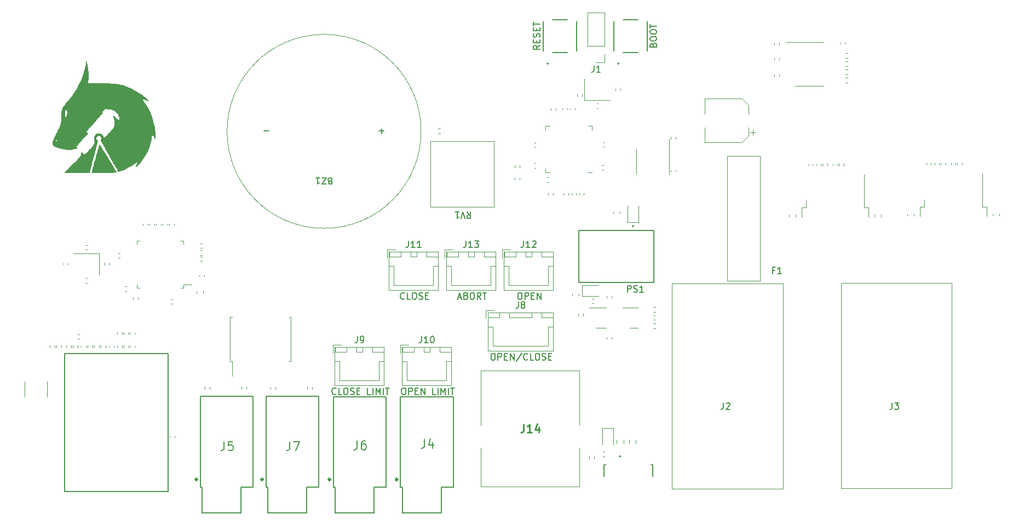
<source format=gbr>
%TF.GenerationSoftware,KiCad,Pcbnew,6.0.2+dfsg-1*%
%TF.CreationDate,2022-12-03T14:35:54-05:00*%
%TF.ProjectId,dragon-lair-fully-integrated,64726167-6f6e-42d6-9c61-69722d66756c,rev?*%
%TF.SameCoordinates,Original*%
%TF.FileFunction,Legend,Top*%
%TF.FilePolarity,Positive*%
%FSLAX46Y46*%
G04 Gerber Fmt 4.6, Leading zero omitted, Abs format (unit mm)*
G04 Created by KiCad (PCBNEW 6.0.2+dfsg-1) date 2022-12-03 14:35:54*
%MOMM*%
%LPD*%
G01*
G04 APERTURE LIST*
%ADD10C,0.150000*%
%ADD11C,0.254000*%
%ADD12C,0.120000*%
%ADD13C,0.127000*%
%ADD14C,0.340000*%
%ADD15C,0.200000*%
%ADD16C,0.100000*%
G04 APERTURE END LIST*
D10*
X142311380Y-47322380D02*
X141835190Y-47655714D01*
X142311380Y-47893809D02*
X141311380Y-47893809D01*
X141311380Y-47512857D01*
X141359000Y-47417619D01*
X141406619Y-47370000D01*
X141501857Y-47322380D01*
X141644714Y-47322380D01*
X141739952Y-47370000D01*
X141787571Y-47417619D01*
X141835190Y-47512857D01*
X141835190Y-47893809D01*
X141787571Y-46893809D02*
X141787571Y-46560476D01*
X142311380Y-46417619D02*
X142311380Y-46893809D01*
X141311380Y-46893809D01*
X141311380Y-46417619D01*
X142263761Y-46036666D02*
X142311380Y-45893809D01*
X142311380Y-45655714D01*
X142263761Y-45560476D01*
X142216142Y-45512857D01*
X142120904Y-45465238D01*
X142025666Y-45465238D01*
X141930428Y-45512857D01*
X141882809Y-45560476D01*
X141835190Y-45655714D01*
X141787571Y-45846190D01*
X141739952Y-45941428D01*
X141692333Y-45989047D01*
X141597095Y-46036666D01*
X141501857Y-46036666D01*
X141406619Y-45989047D01*
X141359000Y-45941428D01*
X141311380Y-45846190D01*
X141311380Y-45608095D01*
X141359000Y-45465238D01*
X141787571Y-45036666D02*
X141787571Y-44703333D01*
X142311380Y-44560476D02*
X142311380Y-45036666D01*
X141311380Y-45036666D01*
X141311380Y-44560476D01*
X141311380Y-44274761D02*
X141311380Y-43703333D01*
X142311380Y-43989047D02*
X141311380Y-43989047D01*
X139144571Y-85558380D02*
X139335047Y-85558380D01*
X139430285Y-85606000D01*
X139525523Y-85701238D01*
X139573142Y-85891714D01*
X139573142Y-86225047D01*
X139525523Y-86415523D01*
X139430285Y-86510761D01*
X139335047Y-86558380D01*
X139144571Y-86558380D01*
X139049333Y-86510761D01*
X138954095Y-86415523D01*
X138906476Y-86225047D01*
X138906476Y-85891714D01*
X138954095Y-85701238D01*
X139049333Y-85606000D01*
X139144571Y-85558380D01*
X140001714Y-86558380D02*
X140001714Y-85558380D01*
X140382666Y-85558380D01*
X140477904Y-85606000D01*
X140525523Y-85653619D01*
X140573142Y-85748857D01*
X140573142Y-85891714D01*
X140525523Y-85986952D01*
X140477904Y-86034571D01*
X140382666Y-86082190D01*
X140001714Y-86082190D01*
X141001714Y-86034571D02*
X141335047Y-86034571D01*
X141477904Y-86558380D02*
X141001714Y-86558380D01*
X141001714Y-85558380D01*
X141477904Y-85558380D01*
X141906476Y-86558380D02*
X141906476Y-85558380D01*
X142477904Y-86558380D01*
X142477904Y-85558380D01*
X129683142Y-86272666D02*
X130159333Y-86272666D01*
X129587904Y-86558380D02*
X129921238Y-85558380D01*
X130254571Y-86558380D01*
X130921238Y-86034571D02*
X131064095Y-86082190D01*
X131111714Y-86129809D01*
X131159333Y-86225047D01*
X131159333Y-86367904D01*
X131111714Y-86463142D01*
X131064095Y-86510761D01*
X130968857Y-86558380D01*
X130587904Y-86558380D01*
X130587904Y-85558380D01*
X130921238Y-85558380D01*
X131016476Y-85606000D01*
X131064095Y-85653619D01*
X131111714Y-85748857D01*
X131111714Y-85844095D01*
X131064095Y-85939333D01*
X131016476Y-85986952D01*
X130921238Y-86034571D01*
X130587904Y-86034571D01*
X131778380Y-85558380D02*
X131968857Y-85558380D01*
X132064095Y-85606000D01*
X132159333Y-85701238D01*
X132206952Y-85891714D01*
X132206952Y-86225047D01*
X132159333Y-86415523D01*
X132064095Y-86510761D01*
X131968857Y-86558380D01*
X131778380Y-86558380D01*
X131683142Y-86510761D01*
X131587904Y-86415523D01*
X131540285Y-86225047D01*
X131540285Y-85891714D01*
X131587904Y-85701238D01*
X131683142Y-85606000D01*
X131778380Y-85558380D01*
X133206952Y-86558380D02*
X132873619Y-86082190D01*
X132635523Y-86558380D02*
X132635523Y-85558380D01*
X133016476Y-85558380D01*
X133111714Y-85606000D01*
X133159333Y-85653619D01*
X133206952Y-85748857D01*
X133206952Y-85891714D01*
X133159333Y-85986952D01*
X133111714Y-86034571D01*
X133016476Y-86082190D01*
X132635523Y-86082190D01*
X133492666Y-85558380D02*
X134064095Y-85558380D01*
X133778380Y-86558380D02*
X133778380Y-85558380D01*
X159821571Y-47227142D02*
X159869190Y-47084285D01*
X159916809Y-47036666D01*
X160012047Y-46989047D01*
X160154904Y-46989047D01*
X160250142Y-47036666D01*
X160297761Y-47084285D01*
X160345380Y-47179523D01*
X160345380Y-47560476D01*
X159345380Y-47560476D01*
X159345380Y-47227142D01*
X159393000Y-47131904D01*
X159440619Y-47084285D01*
X159535857Y-47036666D01*
X159631095Y-47036666D01*
X159726333Y-47084285D01*
X159773952Y-47131904D01*
X159821571Y-47227142D01*
X159821571Y-47560476D01*
X159345380Y-46370000D02*
X159345380Y-46179523D01*
X159393000Y-46084285D01*
X159488238Y-45989047D01*
X159678714Y-45941428D01*
X160012047Y-45941428D01*
X160202523Y-45989047D01*
X160297761Y-46084285D01*
X160345380Y-46179523D01*
X160345380Y-46370000D01*
X160297761Y-46465238D01*
X160202523Y-46560476D01*
X160012047Y-46608095D01*
X159678714Y-46608095D01*
X159488238Y-46560476D01*
X159393000Y-46465238D01*
X159345380Y-46370000D01*
X159345380Y-45322380D02*
X159345380Y-45131904D01*
X159393000Y-45036666D01*
X159488238Y-44941428D01*
X159678714Y-44893809D01*
X160012047Y-44893809D01*
X160202523Y-44941428D01*
X160297761Y-45036666D01*
X160345380Y-45131904D01*
X160345380Y-45322380D01*
X160297761Y-45417619D01*
X160202523Y-45512857D01*
X160012047Y-45560476D01*
X159678714Y-45560476D01*
X159488238Y-45512857D01*
X159393000Y-45417619D01*
X159345380Y-45322380D01*
X159345380Y-44608095D02*
X159345380Y-44036666D01*
X160345380Y-44322380D02*
X159345380Y-44322380D01*
X121388380Y-86463142D02*
X121340761Y-86510761D01*
X121197904Y-86558380D01*
X121102666Y-86558380D01*
X120959809Y-86510761D01*
X120864571Y-86415523D01*
X120816952Y-86320285D01*
X120769333Y-86129809D01*
X120769333Y-85986952D01*
X120816952Y-85796476D01*
X120864571Y-85701238D01*
X120959809Y-85606000D01*
X121102666Y-85558380D01*
X121197904Y-85558380D01*
X121340761Y-85606000D01*
X121388380Y-85653619D01*
X122293142Y-86558380D02*
X121816952Y-86558380D01*
X121816952Y-85558380D01*
X122816952Y-85558380D02*
X123007428Y-85558380D01*
X123102666Y-85606000D01*
X123197904Y-85701238D01*
X123245523Y-85891714D01*
X123245523Y-86225047D01*
X123197904Y-86415523D01*
X123102666Y-86510761D01*
X123007428Y-86558380D01*
X122816952Y-86558380D01*
X122721714Y-86510761D01*
X122626476Y-86415523D01*
X122578857Y-86225047D01*
X122578857Y-85891714D01*
X122626476Y-85701238D01*
X122721714Y-85606000D01*
X122816952Y-85558380D01*
X123626476Y-86510761D02*
X123769333Y-86558380D01*
X124007428Y-86558380D01*
X124102666Y-86510761D01*
X124150285Y-86463142D01*
X124197904Y-86367904D01*
X124197904Y-86272666D01*
X124150285Y-86177428D01*
X124102666Y-86129809D01*
X124007428Y-86082190D01*
X123816952Y-86034571D01*
X123721714Y-85986952D01*
X123674095Y-85939333D01*
X123626476Y-85844095D01*
X123626476Y-85748857D01*
X123674095Y-85653619D01*
X123721714Y-85606000D01*
X123816952Y-85558380D01*
X124055047Y-85558380D01*
X124197904Y-85606000D01*
X124626476Y-86034571D02*
X124959809Y-86034571D01*
X125102666Y-86558380D02*
X124626476Y-86558380D01*
X124626476Y-85558380D01*
X125102666Y-85558380D01*
X110792095Y-101195142D02*
X110744476Y-101242761D01*
X110601619Y-101290380D01*
X110506380Y-101290380D01*
X110363523Y-101242761D01*
X110268285Y-101147523D01*
X110220666Y-101052285D01*
X110173047Y-100861809D01*
X110173047Y-100718952D01*
X110220666Y-100528476D01*
X110268285Y-100433238D01*
X110363523Y-100338000D01*
X110506380Y-100290380D01*
X110601619Y-100290380D01*
X110744476Y-100338000D01*
X110792095Y-100385619D01*
X111696857Y-101290380D02*
X111220666Y-101290380D01*
X111220666Y-100290380D01*
X112220666Y-100290380D02*
X112411142Y-100290380D01*
X112506380Y-100338000D01*
X112601619Y-100433238D01*
X112649238Y-100623714D01*
X112649238Y-100957047D01*
X112601619Y-101147523D01*
X112506380Y-101242761D01*
X112411142Y-101290380D01*
X112220666Y-101290380D01*
X112125428Y-101242761D01*
X112030190Y-101147523D01*
X111982571Y-100957047D01*
X111982571Y-100623714D01*
X112030190Y-100433238D01*
X112125428Y-100338000D01*
X112220666Y-100290380D01*
X113030190Y-101242761D02*
X113173047Y-101290380D01*
X113411142Y-101290380D01*
X113506380Y-101242761D01*
X113554000Y-101195142D01*
X113601619Y-101099904D01*
X113601619Y-101004666D01*
X113554000Y-100909428D01*
X113506380Y-100861809D01*
X113411142Y-100814190D01*
X113220666Y-100766571D01*
X113125428Y-100718952D01*
X113077809Y-100671333D01*
X113030190Y-100576095D01*
X113030190Y-100480857D01*
X113077809Y-100385619D01*
X113125428Y-100338000D01*
X113220666Y-100290380D01*
X113458761Y-100290380D01*
X113601619Y-100338000D01*
X114030190Y-100766571D02*
X114363523Y-100766571D01*
X114506380Y-101290380D02*
X114030190Y-101290380D01*
X114030190Y-100290380D01*
X114506380Y-100290380D01*
X116173047Y-101290380D02*
X115696857Y-101290380D01*
X115696857Y-100290380D01*
X116506380Y-101290380D02*
X116506380Y-100290380D01*
X116982571Y-101290380D02*
X116982571Y-100290380D01*
X117315904Y-101004666D01*
X117649238Y-100290380D01*
X117649238Y-101290380D01*
X118125428Y-101290380D02*
X118125428Y-100290380D01*
X118458761Y-100290380D02*
X119030190Y-100290380D01*
X118744476Y-101290380D02*
X118744476Y-100290380D01*
X121182285Y-100290380D02*
X121372761Y-100290380D01*
X121468000Y-100338000D01*
X121563238Y-100433238D01*
X121610857Y-100623714D01*
X121610857Y-100957047D01*
X121563238Y-101147523D01*
X121468000Y-101242761D01*
X121372761Y-101290380D01*
X121182285Y-101290380D01*
X121087047Y-101242761D01*
X120991809Y-101147523D01*
X120944190Y-100957047D01*
X120944190Y-100623714D01*
X120991809Y-100433238D01*
X121087047Y-100338000D01*
X121182285Y-100290380D01*
X122039428Y-101290380D02*
X122039428Y-100290380D01*
X122420380Y-100290380D01*
X122515619Y-100338000D01*
X122563238Y-100385619D01*
X122610857Y-100480857D01*
X122610857Y-100623714D01*
X122563238Y-100718952D01*
X122515619Y-100766571D01*
X122420380Y-100814190D01*
X122039428Y-100814190D01*
X123039428Y-100766571D02*
X123372761Y-100766571D01*
X123515619Y-101290380D02*
X123039428Y-101290380D01*
X123039428Y-100290380D01*
X123515619Y-100290380D01*
X123944190Y-101290380D02*
X123944190Y-100290380D01*
X124515619Y-101290380D01*
X124515619Y-100290380D01*
X126229904Y-101290380D02*
X125753714Y-101290380D01*
X125753714Y-100290380D01*
X126563238Y-101290380D02*
X126563238Y-100290380D01*
X127039428Y-101290380D02*
X127039428Y-100290380D01*
X127372761Y-101004666D01*
X127706095Y-100290380D01*
X127706095Y-101290380D01*
X128182285Y-101290380D02*
X128182285Y-100290380D01*
X128515619Y-100290380D02*
X129087047Y-100290380D01*
X128801333Y-101290380D02*
X128801333Y-100290380D01*
X134993619Y-94956380D02*
X135184095Y-94956380D01*
X135279333Y-95004000D01*
X135374571Y-95099238D01*
X135422190Y-95289714D01*
X135422190Y-95623047D01*
X135374571Y-95813523D01*
X135279333Y-95908761D01*
X135184095Y-95956380D01*
X134993619Y-95956380D01*
X134898380Y-95908761D01*
X134803142Y-95813523D01*
X134755523Y-95623047D01*
X134755523Y-95289714D01*
X134803142Y-95099238D01*
X134898380Y-95004000D01*
X134993619Y-94956380D01*
X135850761Y-95956380D02*
X135850761Y-94956380D01*
X136231714Y-94956380D01*
X136326952Y-95004000D01*
X136374571Y-95051619D01*
X136422190Y-95146857D01*
X136422190Y-95289714D01*
X136374571Y-95384952D01*
X136326952Y-95432571D01*
X136231714Y-95480190D01*
X135850761Y-95480190D01*
X136850761Y-95432571D02*
X137184095Y-95432571D01*
X137326952Y-95956380D02*
X136850761Y-95956380D01*
X136850761Y-94956380D01*
X137326952Y-94956380D01*
X137755523Y-95956380D02*
X137755523Y-94956380D01*
X138326952Y-95956380D01*
X138326952Y-94956380D01*
X139517428Y-94908761D02*
X138660285Y-96194476D01*
X140422190Y-95861142D02*
X140374571Y-95908761D01*
X140231714Y-95956380D01*
X140136476Y-95956380D01*
X139993619Y-95908761D01*
X139898380Y-95813523D01*
X139850761Y-95718285D01*
X139803142Y-95527809D01*
X139803142Y-95384952D01*
X139850761Y-95194476D01*
X139898380Y-95099238D01*
X139993619Y-95004000D01*
X140136476Y-94956380D01*
X140231714Y-94956380D01*
X140374571Y-95004000D01*
X140422190Y-95051619D01*
X141326952Y-95956380D02*
X140850761Y-95956380D01*
X140850761Y-94956380D01*
X141850761Y-94956380D02*
X142041238Y-94956380D01*
X142136476Y-95004000D01*
X142231714Y-95099238D01*
X142279333Y-95289714D01*
X142279333Y-95623047D01*
X142231714Y-95813523D01*
X142136476Y-95908761D01*
X142041238Y-95956380D01*
X141850761Y-95956380D01*
X141755523Y-95908761D01*
X141660285Y-95813523D01*
X141612666Y-95623047D01*
X141612666Y-95289714D01*
X141660285Y-95099238D01*
X141755523Y-95004000D01*
X141850761Y-94956380D01*
X142660285Y-95908761D02*
X142803142Y-95956380D01*
X143041238Y-95956380D01*
X143136476Y-95908761D01*
X143184095Y-95861142D01*
X143231714Y-95765904D01*
X143231714Y-95670666D01*
X143184095Y-95575428D01*
X143136476Y-95527809D01*
X143041238Y-95480190D01*
X142850761Y-95432571D01*
X142755523Y-95384952D01*
X142707904Y-95337333D01*
X142660285Y-95242095D01*
X142660285Y-95146857D01*
X142707904Y-95051619D01*
X142755523Y-95004000D01*
X142850761Y-94956380D01*
X143088857Y-94956380D01*
X143231714Y-95004000D01*
X143660285Y-95432571D02*
X143993619Y-95432571D01*
X144136476Y-95956380D02*
X143660285Y-95956380D01*
X143660285Y-94956380D01*
X144136476Y-94956380D01*
%TO.C,J1*%
X150669666Y-50431380D02*
X150669666Y-51145666D01*
X150622047Y-51288523D01*
X150526809Y-51383761D01*
X150383952Y-51431380D01*
X150288714Y-51431380D01*
X151669666Y-51431380D02*
X151098238Y-51431380D01*
X151383952Y-51431380D02*
X151383952Y-50431380D01*
X151288714Y-50574238D01*
X151193476Y-50669476D01*
X151098238Y-50717095D01*
%TO.C,J11*%
X121999476Y-77569380D02*
X121999476Y-78283666D01*
X121951857Y-78426523D01*
X121856619Y-78521761D01*
X121713761Y-78569380D01*
X121618523Y-78569380D01*
X122999476Y-78569380D02*
X122428047Y-78569380D01*
X122713761Y-78569380D02*
X122713761Y-77569380D01*
X122618523Y-77712238D01*
X122523285Y-77807476D01*
X122428047Y-77855095D01*
X123951857Y-78569380D02*
X123380428Y-78569380D01*
X123666142Y-78569380D02*
X123666142Y-77569380D01*
X123570904Y-77712238D01*
X123475666Y-77807476D01*
X123380428Y-77855095D01*
%TO.C,J5*%
X93512406Y-108578810D02*
X93512406Y-109580796D01*
X93445607Y-109781193D01*
X93312009Y-109914791D01*
X93111612Y-109981590D01*
X92978014Y-109981590D01*
X94848387Y-108578810D02*
X94180397Y-108578810D01*
X94113598Y-109246801D01*
X94180397Y-109180002D01*
X94313995Y-109113203D01*
X94647990Y-109113203D01*
X94781588Y-109180002D01*
X94848387Y-109246801D01*
X94915186Y-109380399D01*
X94915186Y-109714394D01*
X94848387Y-109847992D01*
X94781588Y-109914791D01*
X94647990Y-109981590D01*
X94313995Y-109981590D01*
X94180397Y-109914791D01*
X94113598Y-109847992D01*
%TO.C,RV1*%
X131047738Y-73087619D02*
X131381071Y-73563809D01*
X131619166Y-73087619D02*
X131619166Y-74087619D01*
X131238214Y-74087619D01*
X131142976Y-74040000D01*
X131095357Y-73992380D01*
X131047738Y-73897142D01*
X131047738Y-73754285D01*
X131095357Y-73659047D01*
X131142976Y-73611428D01*
X131238214Y-73563809D01*
X131619166Y-73563809D01*
X130762023Y-74087619D02*
X130428690Y-73087619D01*
X130095357Y-74087619D01*
X129238214Y-73087619D02*
X129809642Y-73087619D01*
X129523928Y-73087619D02*
X129523928Y-74087619D01*
X129619166Y-73944761D01*
X129714404Y-73849523D01*
X129809642Y-73801904D01*
%TO.C,J13*%
X130889476Y-77569380D02*
X130889476Y-78283666D01*
X130841857Y-78426523D01*
X130746619Y-78521761D01*
X130603761Y-78569380D01*
X130508523Y-78569380D01*
X131889476Y-78569380D02*
X131318047Y-78569380D01*
X131603761Y-78569380D02*
X131603761Y-77569380D01*
X131508523Y-77712238D01*
X131413285Y-77807476D01*
X131318047Y-77855095D01*
X132222809Y-77569380D02*
X132841857Y-77569380D01*
X132508523Y-77950333D01*
X132651380Y-77950333D01*
X132746619Y-77997952D01*
X132794238Y-78045571D01*
X132841857Y-78140809D01*
X132841857Y-78378904D01*
X132794238Y-78474142D01*
X132746619Y-78521761D01*
X132651380Y-78569380D01*
X132365666Y-78569380D01*
X132270428Y-78521761D01*
X132222809Y-78474142D01*
%TO.C,J2*%
X170695666Y-102608380D02*
X170695666Y-103322666D01*
X170648047Y-103465523D01*
X170552809Y-103560761D01*
X170409952Y-103608380D01*
X170314714Y-103608380D01*
X171124238Y-102703619D02*
X171171857Y-102656000D01*
X171267095Y-102608380D01*
X171505190Y-102608380D01*
X171600428Y-102656000D01*
X171648047Y-102703619D01*
X171695666Y-102798857D01*
X171695666Y-102894095D01*
X171648047Y-103036952D01*
X171076619Y-103608380D01*
X171695666Y-103608380D01*
%TO.C,J8*%
X138985666Y-86967380D02*
X138985666Y-87681666D01*
X138938047Y-87824523D01*
X138842809Y-87919761D01*
X138699952Y-87967380D01*
X138604714Y-87967380D01*
X139604714Y-87395952D02*
X139509476Y-87348333D01*
X139461857Y-87300714D01*
X139414238Y-87205476D01*
X139414238Y-87157857D01*
X139461857Y-87062619D01*
X139509476Y-87015000D01*
X139604714Y-86967380D01*
X139795190Y-86967380D01*
X139890428Y-87015000D01*
X139938047Y-87062619D01*
X139985666Y-87157857D01*
X139985666Y-87205476D01*
X139938047Y-87300714D01*
X139890428Y-87348333D01*
X139795190Y-87395952D01*
X139604714Y-87395952D01*
X139509476Y-87443571D01*
X139461857Y-87491190D01*
X139414238Y-87586428D01*
X139414238Y-87776904D01*
X139461857Y-87872142D01*
X139509476Y-87919761D01*
X139604714Y-87967380D01*
X139795190Y-87967380D01*
X139890428Y-87919761D01*
X139938047Y-87872142D01*
X139985666Y-87776904D01*
X139985666Y-87586428D01*
X139938047Y-87491190D01*
X139890428Y-87443571D01*
X139795190Y-87395952D01*
%TO.C,J12*%
X139779476Y-77569380D02*
X139779476Y-78283666D01*
X139731857Y-78426523D01*
X139636619Y-78521761D01*
X139493761Y-78569380D01*
X139398523Y-78569380D01*
X140779476Y-78569380D02*
X140208047Y-78569380D01*
X140493761Y-78569380D02*
X140493761Y-77569380D01*
X140398523Y-77712238D01*
X140303285Y-77807476D01*
X140208047Y-77855095D01*
X141160428Y-77664619D02*
X141208047Y-77617000D01*
X141303285Y-77569380D01*
X141541380Y-77569380D01*
X141636619Y-77617000D01*
X141684238Y-77664619D01*
X141731857Y-77759857D01*
X141731857Y-77855095D01*
X141684238Y-77997952D01*
X141112809Y-78569380D01*
X141731857Y-78569380D01*
%TO.C,J7*%
X103672406Y-108578810D02*
X103672406Y-109580796D01*
X103605607Y-109781193D01*
X103472009Y-109914791D01*
X103271612Y-109981590D01*
X103138014Y-109981590D01*
X104206799Y-108578810D02*
X105141985Y-108578810D01*
X104540794Y-109981590D01*
%TO.C,J9*%
X114093666Y-92301380D02*
X114093666Y-93015666D01*
X114046047Y-93158523D01*
X113950809Y-93253761D01*
X113807952Y-93301380D01*
X113712714Y-93301380D01*
X114617476Y-93301380D02*
X114807952Y-93301380D01*
X114903190Y-93253761D01*
X114950809Y-93206142D01*
X115046047Y-93063285D01*
X115093666Y-92872809D01*
X115093666Y-92491857D01*
X115046047Y-92396619D01*
X114998428Y-92349000D01*
X114903190Y-92301380D01*
X114712714Y-92301380D01*
X114617476Y-92349000D01*
X114569857Y-92396619D01*
X114522238Y-92491857D01*
X114522238Y-92729952D01*
X114569857Y-92825190D01*
X114617476Y-92872809D01*
X114712714Y-92920428D01*
X114903190Y-92920428D01*
X114998428Y-92872809D01*
X115046047Y-92825190D01*
X115093666Y-92729952D01*
%TO.C,J10*%
X124031476Y-92301380D02*
X124031476Y-93015666D01*
X123983857Y-93158523D01*
X123888619Y-93253761D01*
X123745761Y-93301380D01*
X123650523Y-93301380D01*
X125031476Y-93301380D02*
X124460047Y-93301380D01*
X124745761Y-93301380D02*
X124745761Y-92301380D01*
X124650523Y-92444238D01*
X124555285Y-92539476D01*
X124460047Y-92587095D01*
X125650523Y-92301380D02*
X125745761Y-92301380D01*
X125841000Y-92349000D01*
X125888619Y-92396619D01*
X125936238Y-92491857D01*
X125983857Y-92682333D01*
X125983857Y-92920428D01*
X125936238Y-93110904D01*
X125888619Y-93206142D01*
X125841000Y-93253761D01*
X125745761Y-93301380D01*
X125650523Y-93301380D01*
X125555285Y-93253761D01*
X125507666Y-93206142D01*
X125460047Y-93110904D01*
X125412428Y-92920428D01*
X125412428Y-92682333D01*
X125460047Y-92491857D01*
X125507666Y-92396619D01*
X125555285Y-92349000D01*
X125650523Y-92301380D01*
%TO.C,J6*%
X114086406Y-108451810D02*
X114086406Y-109453796D01*
X114019607Y-109654193D01*
X113886009Y-109787791D01*
X113685612Y-109854590D01*
X113552014Y-109854590D01*
X115355588Y-108451810D02*
X115088392Y-108451810D01*
X114954794Y-108518610D01*
X114887995Y-108585409D01*
X114754397Y-108785806D01*
X114687598Y-109053002D01*
X114687598Y-109587394D01*
X114754397Y-109720992D01*
X114821196Y-109787791D01*
X114954794Y-109854590D01*
X115221990Y-109854590D01*
X115355588Y-109787791D01*
X115422387Y-109720992D01*
X115489186Y-109587394D01*
X115489186Y-109253399D01*
X115422387Y-109119801D01*
X115355588Y-109053002D01*
X115221990Y-108986203D01*
X114954794Y-108986203D01*
X114821196Y-109053002D01*
X114754397Y-109119801D01*
X114687598Y-109253399D01*
%TO.C,BZ1*%
X109839952Y-68293428D02*
X109697095Y-68245809D01*
X109649476Y-68198190D01*
X109601857Y-68102952D01*
X109601857Y-67960095D01*
X109649476Y-67864857D01*
X109697095Y-67817238D01*
X109792333Y-67769619D01*
X110173285Y-67769619D01*
X110173285Y-68769619D01*
X109839952Y-68769619D01*
X109744714Y-68722000D01*
X109697095Y-68674380D01*
X109649476Y-68579142D01*
X109649476Y-68483904D01*
X109697095Y-68388666D01*
X109744714Y-68341047D01*
X109839952Y-68293428D01*
X110173285Y-68293428D01*
X109268523Y-68769619D02*
X108601857Y-68769619D01*
X109268523Y-67769619D01*
X108601857Y-67769619D01*
X107697095Y-67769619D02*
X108268523Y-67769619D01*
X107982809Y-67769619D02*
X107982809Y-68769619D01*
X108078047Y-68626761D01*
X108173285Y-68531523D01*
X108268523Y-68483904D01*
X118229952Y-60530571D02*
X117468047Y-60530571D01*
X117849000Y-60149619D02*
X117849000Y-60911523D01*
X100449952Y-60530571D02*
X99688047Y-60530571D01*
%TO.C,PS1*%
X155868214Y-85459130D02*
X155868214Y-84459130D01*
X156249166Y-84459130D01*
X156344404Y-84506750D01*
X156392023Y-84554369D01*
X156439642Y-84649607D01*
X156439642Y-84792464D01*
X156392023Y-84887702D01*
X156344404Y-84935321D01*
X156249166Y-84982940D01*
X155868214Y-84982940D01*
X156820595Y-85411511D02*
X156963452Y-85459130D01*
X157201547Y-85459130D01*
X157296785Y-85411511D01*
X157344404Y-85363892D01*
X157392023Y-85268654D01*
X157392023Y-85173416D01*
X157344404Y-85078178D01*
X157296785Y-85030559D01*
X157201547Y-84982940D01*
X157011071Y-84935321D01*
X156915833Y-84887702D01*
X156868214Y-84840083D01*
X156820595Y-84744845D01*
X156820595Y-84649607D01*
X156868214Y-84554369D01*
X156915833Y-84506750D01*
X157011071Y-84459130D01*
X157249166Y-84459130D01*
X157392023Y-84506750D01*
X158344404Y-85459130D02*
X157772976Y-85459130D01*
X158058690Y-85459130D02*
X158058690Y-84459130D01*
X157963452Y-84601988D01*
X157868214Y-84697226D01*
X157772976Y-84744845D01*
%TO.C,J3*%
X196781466Y-102602380D02*
X196781466Y-103316666D01*
X196733847Y-103459523D01*
X196638609Y-103554761D01*
X196495752Y-103602380D01*
X196400514Y-103602380D01*
X197162419Y-102602380D02*
X197781466Y-102602380D01*
X197448133Y-102983333D01*
X197590990Y-102983333D01*
X197686228Y-103030952D01*
X197733847Y-103078571D01*
X197781466Y-103173809D01*
X197781466Y-103411904D01*
X197733847Y-103507142D01*
X197686228Y-103554761D01*
X197590990Y-103602380D01*
X197305276Y-103602380D01*
X197210038Y-103554761D01*
X197162419Y-103507142D01*
%TO.C,F1*%
X178609666Y-82120571D02*
X178276333Y-82120571D01*
X178276333Y-82644380D02*
X178276333Y-81644380D01*
X178752523Y-81644380D01*
X179657285Y-82644380D02*
X179085857Y-82644380D01*
X179371571Y-82644380D02*
X179371571Y-81644380D01*
X179276333Y-81787238D01*
X179181095Y-81882476D01*
X179085857Y-81930095D01*
%TO.C,J4*%
X124500406Y-108197810D02*
X124500406Y-109199796D01*
X124433607Y-109400193D01*
X124300009Y-109533791D01*
X124099612Y-109600590D01*
X123966014Y-109600590D01*
X125769588Y-108665404D02*
X125769588Y-109600590D01*
X125435593Y-108131011D02*
X125101598Y-109132997D01*
X125969985Y-109132997D01*
D11*
%TO.C,J14*%
X139814904Y-105880523D02*
X139814904Y-106787666D01*
X139754428Y-106969095D01*
X139633476Y-107090047D01*
X139452047Y-107150523D01*
X139331095Y-107150523D01*
X141084904Y-107150523D02*
X140359190Y-107150523D01*
X140722047Y-107150523D02*
X140722047Y-105880523D01*
X140601095Y-106061952D01*
X140480142Y-106182904D01*
X140359190Y-106243380D01*
X142173476Y-106303857D02*
X142173476Y-107150523D01*
X141871095Y-105820047D02*
X141568714Y-106727190D01*
X142354904Y-106727190D01*
D12*
%TO.C,R20*%
X69849000Y-94029641D02*
X69849000Y-93722359D01*
X69089000Y-94029641D02*
X69089000Y-93722359D01*
%TO.C,R17*%
X73407000Y-94029641D02*
X73407000Y-93722359D01*
X74167000Y-94029641D02*
X74167000Y-93722359D01*
%TO.C,R23*%
X78739000Y-94029641D02*
X78739000Y-93722359D01*
X77979000Y-94029641D02*
X77979000Y-93722359D01*
%TO.C,C5*%
X148403500Y-70212164D02*
X148403500Y-70427836D01*
X149123500Y-70212164D02*
X149123500Y-70427836D01*
%TO.C,R6*%
X162561000Y-61771641D02*
X162561000Y-61464359D01*
X163321000Y-61771641D02*
X163321000Y-61464359D01*
%TO.C,R15*%
X74423000Y-94029641D02*
X74423000Y-93722359D01*
X75183000Y-94029641D02*
X75183000Y-93722359D01*
%TO.C,J1*%
X152333000Y-47379000D02*
X149673000Y-47379000D01*
X149673000Y-47379000D02*
X149673000Y-42239000D01*
X152333000Y-47379000D02*
X152333000Y-42239000D01*
X152333000Y-42239000D02*
X149673000Y-42239000D01*
X152333000Y-48649000D02*
X152333000Y-49979000D01*
X152333000Y-49979000D02*
X151003000Y-49979000D01*
%TO.C,C32*%
X202798000Y-65741436D02*
X202798000Y-65525764D01*
X202078000Y-65741436D02*
X202078000Y-65525764D01*
%TO.C,C9*%
X141671336Y-65560000D02*
X141455664Y-65560000D01*
X141671336Y-66280000D02*
X141455664Y-66280000D01*
%TO.C,C40*%
X185060000Y-65893836D02*
X185060000Y-65678164D01*
X185780000Y-65893836D02*
X185780000Y-65678164D01*
%TO.C,C18*%
X159897164Y-89763000D02*
X160112836Y-89763000D01*
X159897164Y-89043000D02*
X160112836Y-89043000D01*
%TO.C,J11*%
X123309000Y-79217000D02*
X122309000Y-79217000D01*
X122309000Y-79217000D02*
X122309000Y-79967000D01*
X119759000Y-84417000D02*
X122809000Y-84417000D01*
X126609000Y-79967000D02*
X126609000Y-79217000D01*
X118999000Y-79207000D02*
X118999000Y-85177000D01*
X125859000Y-84417000D02*
X122809000Y-84417000D01*
X126609000Y-81467000D02*
X125859000Y-81467000D01*
X118709000Y-78917000D02*
X118709000Y-80167000D01*
X120809000Y-79967000D02*
X120809000Y-79217000D01*
X126619000Y-79207000D02*
X118999000Y-79207000D01*
X119009000Y-81467000D02*
X119759000Y-81467000D01*
X124809000Y-79967000D02*
X126609000Y-79967000D01*
X123309000Y-79967000D02*
X123309000Y-79217000D01*
X118999000Y-85177000D02*
X126619000Y-85177000D01*
X126619000Y-85177000D02*
X126619000Y-79207000D01*
X119009000Y-79967000D02*
X120809000Y-79967000D01*
X122309000Y-79967000D02*
X123309000Y-79967000D01*
X124809000Y-79217000D02*
X124809000Y-79967000D01*
X119959000Y-78917000D02*
X118709000Y-78917000D01*
X119759000Y-81467000D02*
X119759000Y-84417000D01*
X126609000Y-79217000D02*
X124809000Y-79217000D01*
X119009000Y-79217000D02*
X119009000Y-79967000D01*
X125859000Y-81467000D02*
X125859000Y-84417000D01*
X120809000Y-79217000D02*
X119009000Y-79217000D01*
%TO.C,R28*%
X72039359Y-83266000D02*
X72346641Y-83266000D01*
X72039359Y-84026000D02*
X72346641Y-84026000D01*
%TO.C,C39*%
X187600000Y-65893836D02*
X187600000Y-65678164D01*
X188320000Y-65893836D02*
X188320000Y-65678164D01*
%TO.C,C12*%
X151911164Y-66550000D02*
X152126836Y-66550000D01*
X151911164Y-65830000D02*
X152126836Y-65830000D01*
%TO.C,Q3*%
X182760000Y-72395600D02*
X183450000Y-72395600D01*
X193160000Y-72395600D02*
X192470000Y-72395600D01*
X192470000Y-72395600D02*
X192470000Y-67270600D01*
X193160000Y-73895600D02*
X193160000Y-72395600D01*
X183450000Y-72395600D02*
X183450000Y-71295600D01*
X182760000Y-73895600D02*
X182760000Y-72395600D01*
%TO.C,R8*%
X160158641Y-88513000D02*
X159851359Y-88513000D01*
X160158641Y-87753000D02*
X159851359Y-87753000D01*
%TO.C,C2*%
X153380000Y-86335836D02*
X153380000Y-86120164D01*
X152660000Y-86335836D02*
X152660000Y-86120164D01*
%TO.C,C36*%
X195074000Y-73800580D02*
X195074000Y-73519420D01*
X194054000Y-73800580D02*
X194054000Y-73519420D01*
%TO.C,C49*%
X89865164Y-77952000D02*
X90080836Y-77952000D01*
X89865164Y-78672000D02*
X90080836Y-78672000D01*
%TO.C,C6*%
X143671336Y-67760000D02*
X143455664Y-67760000D01*
X143671336Y-68480000D02*
X143455664Y-68480000D01*
%TO.C,C48*%
X90403000Y-82846164D02*
X90403000Y-83061836D01*
X89683000Y-82846164D02*
X89683000Y-83061836D01*
%TO.C,L1*%
X89279000Y-85656779D02*
X89279000Y-85331221D01*
X90299000Y-85656779D02*
X90299000Y-85331221D01*
%TO.C,C34*%
X181866000Y-73519420D02*
X181866000Y-73800580D01*
X180846000Y-73519420D02*
X180846000Y-73800580D01*
D13*
%TO.C,J5*%
X98006500Y-101627000D02*
X98006500Y-115627000D01*
X96106500Y-119627000D02*
X90106500Y-119627000D01*
X98006500Y-115627000D02*
X96106500Y-115627000D01*
X89806500Y-101627000D02*
X98006500Y-101627000D01*
X96106500Y-115627000D02*
X96106500Y-119627000D01*
X90106500Y-119627000D02*
X90106500Y-115627000D01*
X89806500Y-115627000D02*
X89806500Y-101627000D01*
X90106500Y-115627000D02*
X89806500Y-115627000D01*
D14*
X89376500Y-114427000D02*
G75*
G03*
X89376500Y-114427000I-170000J0D01*
G01*
D13*
%TO.C,P1*%
X152260000Y-112137500D02*
X152260000Y-113987500D01*
X152260000Y-112137500D02*
X152490000Y-112137500D01*
X159760000Y-112137500D02*
X159530000Y-112137500D01*
X159760000Y-112137500D02*
X159760000Y-113987500D01*
D15*
X154810000Y-110887500D02*
G75*
G03*
X154810000Y-110887500I-100000J0D01*
G01*
D13*
%TO.C,SW1*%
X155157000Y-48420000D02*
X157517000Y-48420000D01*
X158887000Y-43620000D02*
X158887000Y-48120000D01*
X157517000Y-43320000D02*
X155157000Y-43320000D01*
X153787000Y-43620000D02*
X153787000Y-48120000D01*
D15*
X154562000Y-50120000D02*
G75*
G03*
X154562000Y-50120000I-100000J0D01*
G01*
D12*
%TO.C,C30*%
X154667500Y-73051170D02*
X154667500Y-73332330D01*
X153647500Y-73051170D02*
X153647500Y-73332330D01*
%TO.C,R25*%
X66549000Y-93724359D02*
X66549000Y-94031641D01*
X67309000Y-93724359D02*
X67309000Y-94031641D01*
%TO.C,C16*%
X151097664Y-56301000D02*
X151313336Y-56301000D01*
X151097664Y-57021000D02*
X151313336Y-57021000D01*
%TO.C,R38*%
X179323000Y-46961359D02*
X179323000Y-47268641D01*
X178563000Y-46961359D02*
X178563000Y-47268641D01*
%TO.C,C50*%
X84025000Y-75117836D02*
X84025000Y-74902164D01*
X84745000Y-75117836D02*
X84745000Y-74902164D01*
%TO.C,U1*%
X151750000Y-87843000D02*
X149950000Y-87843000D01*
X151750000Y-87843000D02*
X152550000Y-87843000D01*
X151750000Y-90963000D02*
X152550000Y-90963000D01*
X151750000Y-90963000D02*
X150950000Y-90963000D01*
%TO.C,C33*%
X200154000Y-73367020D02*
X200154000Y-73648180D01*
X199134000Y-73367020D02*
X199134000Y-73648180D01*
%TO.C,RV1*%
X135215000Y-72270000D02*
X125372500Y-72270000D01*
X125372500Y-72270000D02*
X125372500Y-62110000D01*
X125372500Y-62110000D02*
X135215000Y-62110000D01*
X135215000Y-62110000D02*
X135215000Y-72270000D01*
%TO.C,C41*%
X188743000Y-46882164D02*
X188743000Y-47097836D01*
X189463000Y-46882164D02*
X189463000Y-47097836D01*
%TO.C,R18*%
X78135359Y-85296000D02*
X78442641Y-85296000D01*
X78135359Y-84536000D02*
X78442641Y-84536000D01*
%TO.C,J13*%
X127899000Y-79967000D02*
X129699000Y-79967000D01*
X128849000Y-78917000D02*
X127599000Y-78917000D01*
X135509000Y-79207000D02*
X127889000Y-79207000D01*
X129699000Y-79967000D02*
X129699000Y-79217000D01*
X127899000Y-79217000D02*
X127899000Y-79967000D01*
X127599000Y-78917000D02*
X127599000Y-80167000D01*
X127889000Y-85177000D02*
X135509000Y-85177000D01*
X134749000Y-84417000D02*
X131699000Y-84417000D01*
X135499000Y-79217000D02*
X133699000Y-79217000D01*
X128649000Y-81467000D02*
X128649000Y-84417000D01*
X133699000Y-79217000D02*
X133699000Y-79967000D01*
X129699000Y-79217000D02*
X127899000Y-79217000D01*
X132199000Y-79967000D02*
X132199000Y-79217000D01*
X127899000Y-81467000D02*
X128649000Y-81467000D01*
X134749000Y-81467000D02*
X134749000Y-84417000D01*
X128649000Y-84417000D02*
X131699000Y-84417000D01*
X135509000Y-85177000D02*
X135509000Y-79207000D01*
X135499000Y-81467000D02*
X134749000Y-81467000D01*
X131199000Y-79967000D02*
X132199000Y-79967000D01*
X132199000Y-79217000D02*
X131199000Y-79217000D01*
X131199000Y-79217000D02*
X131199000Y-79967000D01*
X135499000Y-79967000D02*
X135499000Y-79217000D01*
X127889000Y-79207000D02*
X127889000Y-85177000D01*
X133699000Y-79967000D02*
X135499000Y-79967000D01*
%TO.C,R16*%
X70865000Y-94029641D02*
X70865000Y-93722359D01*
X70105000Y-94029641D02*
X70105000Y-93722359D01*
%TO.C,J2*%
X179919000Y-115856000D02*
X162774000Y-115856000D01*
X162774000Y-115856000D02*
X162774000Y-84106000D01*
X162774000Y-84106000D02*
X179919000Y-84106000D01*
X179919000Y-84106000D02*
X179919000Y-115856000D01*
%TO.C,C21*%
X76433000Y-93983836D02*
X76433000Y-93768164D01*
X75713000Y-93983836D02*
X75713000Y-93768164D01*
%TO.C,D3*%
X148847500Y-84423000D02*
X151397500Y-84423000D01*
X148847500Y-84423000D02*
X148847500Y-86123000D01*
X148847500Y-86123000D02*
X151397500Y-86123000D01*
%TO.C,G\u002A\u002A\u002A*%
G36*
X74276407Y-62614700D02*
G01*
X74289346Y-62632396D01*
X74320095Y-62679479D01*
X74367287Y-62753713D01*
X74429554Y-62852861D01*
X74505528Y-62974686D01*
X74593843Y-63116951D01*
X74693132Y-63277421D01*
X74802026Y-63453858D01*
X74919158Y-63644026D01*
X75043162Y-63845688D01*
X75172670Y-64056608D01*
X75306314Y-64274549D01*
X75442728Y-64497275D01*
X75580543Y-64722549D01*
X75718393Y-64948133D01*
X75854911Y-65171793D01*
X75988728Y-65391291D01*
X76118478Y-65604391D01*
X76242793Y-65808855D01*
X76360306Y-66002448D01*
X76469650Y-66182933D01*
X76569457Y-66348073D01*
X76658361Y-66495631D01*
X76734992Y-66623372D01*
X76797986Y-66729058D01*
X76845973Y-66810453D01*
X76877587Y-66865320D01*
X76891460Y-66891424D01*
X76891998Y-66893133D01*
X76889135Y-66905974D01*
X76876227Y-66916648D01*
X76847581Y-66926844D01*
X76797500Y-66938253D01*
X76720288Y-66952564D01*
X76651720Y-66964416D01*
X76560835Y-66979877D01*
X76479077Y-66993429D01*
X76403405Y-67005212D01*
X76330777Y-67015362D01*
X76258151Y-67024019D01*
X76182486Y-67031320D01*
X76100740Y-67037403D01*
X76009872Y-67042407D01*
X75906840Y-67046469D01*
X75788602Y-67049729D01*
X75652117Y-67052323D01*
X75494343Y-67054390D01*
X75312239Y-67056069D01*
X75102763Y-67057496D01*
X74862873Y-67058812D01*
X74589528Y-67060153D01*
X74538347Y-67060399D01*
X74301498Y-67061348D01*
X74075984Y-67061883D01*
X73864504Y-67062019D01*
X73669760Y-67061770D01*
X73494450Y-67061152D01*
X73341274Y-67060180D01*
X73212934Y-67058868D01*
X73112128Y-67057233D01*
X73041556Y-67055289D01*
X73003920Y-67053051D01*
X72998268Y-67051788D01*
X73001784Y-67032181D01*
X73014593Y-66979556D01*
X73035969Y-66896539D01*
X73065184Y-66785755D01*
X73101510Y-66649833D01*
X73144219Y-66491396D01*
X73192585Y-66313072D01*
X73245879Y-66117487D01*
X73303374Y-65907267D01*
X73364343Y-65685038D01*
X73428058Y-65453426D01*
X73493791Y-65215057D01*
X73560816Y-64972558D01*
X73628404Y-64728555D01*
X73695827Y-64485673D01*
X73762359Y-64246539D01*
X73827272Y-64013779D01*
X73889838Y-63790020D01*
X73949330Y-63577886D01*
X74005020Y-63380006D01*
X74056181Y-63199003D01*
X74102085Y-63037506D01*
X74142005Y-62898140D01*
X74175213Y-62783530D01*
X74200981Y-62696304D01*
X74218582Y-62639087D01*
X74227289Y-62614506D01*
X74227732Y-62613842D01*
X74258533Y-62606437D01*
X74276407Y-62614700D01*
G37*
G36*
X67014299Y-62089817D02*
G01*
X67032326Y-62043089D01*
X67065252Y-61967176D01*
X67111258Y-61865932D01*
X67168526Y-61743208D01*
X67235236Y-61602859D01*
X67309569Y-61448737D01*
X67389708Y-61284695D01*
X67473833Y-61114585D01*
X67490132Y-61081866D01*
X67601438Y-60858300D01*
X67697474Y-60664346D01*
X67779773Y-60496621D01*
X67849866Y-60351741D01*
X67909284Y-60226322D01*
X67959560Y-60116983D01*
X68002224Y-60020338D01*
X68038808Y-59933006D01*
X68070844Y-59851602D01*
X68099864Y-59772744D01*
X68127398Y-59693047D01*
X68150378Y-59623353D01*
X68187710Y-59505490D01*
X68218668Y-59399624D01*
X68243951Y-59300395D01*
X68264254Y-59202443D01*
X68280274Y-59100407D01*
X68292708Y-58988928D01*
X68302253Y-58862644D01*
X68309605Y-58716196D01*
X68315462Y-58544223D01*
X68320355Y-58347930D01*
X68898154Y-58347930D01*
X68898369Y-58356092D01*
X68902999Y-58492982D01*
X68908945Y-58593570D01*
X68916924Y-58658577D01*
X68927655Y-58688725D01*
X68941857Y-58684733D01*
X68960248Y-58647322D01*
X68983547Y-58577212D01*
X69012472Y-58475124D01*
X69013457Y-58471491D01*
X69055651Y-58324605D01*
X69101489Y-58180484D01*
X69148262Y-58046731D01*
X69193260Y-57930954D01*
X69233771Y-57840760D01*
X69247520Y-57814606D01*
X69301301Y-57718322D01*
X69246528Y-57602506D01*
X69223645Y-57550798D01*
X69203791Y-57496831D01*
X69184906Y-57433217D01*
X69164930Y-57352567D01*
X69141803Y-57247493D01*
X69124751Y-57165736D01*
X69112049Y-57133251D01*
X69100173Y-57124082D01*
X69084174Y-57139700D01*
X69074754Y-57165736D01*
X69066381Y-57199669D01*
X69050724Y-57260497D01*
X69030085Y-57339353D01*
X69008652Y-57420292D01*
X68952704Y-57658135D01*
X68916858Y-57881672D01*
X68899285Y-58106429D01*
X68898154Y-58347930D01*
X68320355Y-58347930D01*
X68320519Y-58341364D01*
X68321231Y-58308921D01*
X68327208Y-58076592D01*
X68334767Y-57876954D01*
X68344605Y-57705681D01*
X68357416Y-57558450D01*
X68373897Y-57430936D01*
X68394743Y-57318814D01*
X68420651Y-57217759D01*
X68452315Y-57123446D01*
X68490432Y-57031551D01*
X68535697Y-56937750D01*
X68544601Y-56920437D01*
X68574656Y-56864742D01*
X68607557Y-56809147D01*
X68645777Y-56750431D01*
X68691790Y-56685372D01*
X68748067Y-56610749D01*
X68817083Y-56523340D01*
X68901310Y-56419923D01*
X69003223Y-56297277D01*
X69125293Y-56152180D01*
X69222814Y-56036999D01*
X69406482Y-55819706D01*
X69568123Y-55626664D01*
X69710348Y-55454490D01*
X69835770Y-55299796D01*
X69947000Y-55159198D01*
X70046650Y-55029310D01*
X70137332Y-54906745D01*
X70221657Y-54788119D01*
X70302237Y-54670045D01*
X70381684Y-54549138D01*
X70435634Y-54464774D01*
X70774511Y-53895621D01*
X71080891Y-53309779D01*
X71354130Y-52708929D01*
X71593584Y-52094748D01*
X71798611Y-51468915D01*
X71968568Y-50833109D01*
X72102811Y-50189009D01*
X72126535Y-50052070D01*
X72142328Y-49957304D01*
X72155697Y-49876575D01*
X72165567Y-49816404D01*
X72170866Y-49783313D01*
X72171473Y-49779002D01*
X72187099Y-49775211D01*
X72207920Y-49774373D01*
X72230035Y-49777826D01*
X72248392Y-49791813D01*
X72265559Y-49821779D01*
X72284105Y-49873167D01*
X72306600Y-49951422D01*
X72325863Y-50024300D01*
X72379569Y-50257898D01*
X72427585Y-50519958D01*
X72469144Y-50802242D01*
X72503484Y-51096517D01*
X72529838Y-51394545D01*
X72547443Y-51688092D01*
X72555535Y-51968921D01*
X72553347Y-52228796D01*
X72545530Y-52390353D01*
X72536012Y-52516742D01*
X72524408Y-52650568D01*
X72511934Y-52778914D01*
X72499805Y-52888865D01*
X72494915Y-52927907D01*
X72482738Y-53027801D01*
X72476998Y-53097151D01*
X72477531Y-53141846D01*
X72484173Y-53167776D01*
X72488075Y-53173708D01*
X72495807Y-53178205D01*
X72512471Y-53182148D01*
X72540172Y-53185563D01*
X72581019Y-53188474D01*
X72637118Y-53190908D01*
X72710577Y-53192889D01*
X72803503Y-53194443D01*
X72918002Y-53195594D01*
X73056181Y-53196369D01*
X73220149Y-53196791D01*
X73412011Y-53196888D01*
X73633875Y-53196683D01*
X73887848Y-53196202D01*
X74176038Y-53195470D01*
X74280096Y-53195175D01*
X74591119Y-53194330D01*
X74867954Y-53193756D01*
X75113439Y-53193534D01*
X75330414Y-53193742D01*
X75521716Y-53194459D01*
X75690184Y-53195766D01*
X75838655Y-53197742D01*
X75969969Y-53200465D01*
X76086962Y-53204017D01*
X76192475Y-53208475D01*
X76289344Y-53213920D01*
X76380409Y-53220431D01*
X76468506Y-53228088D01*
X76556476Y-53236969D01*
X76647155Y-53247155D01*
X76743383Y-53258725D01*
X76799825Y-53265722D01*
X77040353Y-53300356D01*
X77289436Y-53344570D01*
X77531210Y-53395330D01*
X77723829Y-53442602D01*
X78165642Y-53575634D01*
X78614773Y-53740712D01*
X79066180Y-53934977D01*
X79514823Y-54155572D01*
X79955663Y-54399638D01*
X80383659Y-54664319D01*
X80793771Y-54946755D01*
X81180958Y-55244090D01*
X81540180Y-55553465D01*
X81682403Y-55687176D01*
X81772555Y-55776601D01*
X81835859Y-55845434D01*
X81874128Y-55896523D01*
X81889176Y-55932717D01*
X81882814Y-55956865D01*
X81862333Y-55969892D01*
X81833939Y-55967263D01*
X81781284Y-55951156D01*
X81713276Y-55924548D01*
X81672574Y-55906522D01*
X81540348Y-55847985D01*
X81409771Y-55794687D01*
X81285981Y-55748339D01*
X81174117Y-55710652D01*
X81079320Y-55683337D01*
X81006729Y-55668105D01*
X80961483Y-55666666D01*
X80956362Y-55668109D01*
X80937151Y-55680188D01*
X80932043Y-55699877D01*
X80943072Y-55731803D01*
X80972273Y-55780595D01*
X81021681Y-55850881D01*
X81058884Y-55901287D01*
X81316587Y-56270072D01*
X81563526Y-56668890D01*
X81796563Y-57091542D01*
X82012557Y-57531828D01*
X82208369Y-57983548D01*
X82380858Y-58440503D01*
X82451720Y-58651414D01*
X82573737Y-59060216D01*
X82679267Y-59477083D01*
X82767324Y-59895978D01*
X82836920Y-60310866D01*
X82887067Y-60715711D01*
X82916779Y-61104476D01*
X82925068Y-61471127D01*
X82924105Y-61539461D01*
X82921743Y-61646061D01*
X82919122Y-61721158D01*
X82915302Y-61770268D01*
X82909342Y-61798908D01*
X82900303Y-61812594D01*
X82887243Y-61816843D01*
X82876767Y-61817157D01*
X82857007Y-61812385D01*
X82836888Y-61794612D01*
X82813018Y-61758652D01*
X82782006Y-61699320D01*
X82740460Y-61611431D01*
X82736291Y-61602383D01*
X82673764Y-61469919D01*
X82613661Y-61349002D01*
X82558299Y-61243833D01*
X82509994Y-61158612D01*
X82471063Y-61097540D01*
X82443821Y-61064819D01*
X82437745Y-61060940D01*
X82399998Y-61062251D01*
X82372323Y-61096233D01*
X82356633Y-61159444D01*
X82353761Y-61212289D01*
X82350584Y-61295027D01*
X82341754Y-61405270D01*
X82328324Y-61534105D01*
X82311348Y-61672624D01*
X82291879Y-61811916D01*
X82270968Y-61943070D01*
X82260399Y-62002289D01*
X82161876Y-62440145D01*
X82029504Y-62881969D01*
X81865402Y-63322944D01*
X81671690Y-63758253D01*
X81450487Y-64183078D01*
X81203914Y-64592603D01*
X80971736Y-64930874D01*
X80781543Y-65180549D01*
X80580790Y-65423488D01*
X80376351Y-65651866D01*
X80175097Y-65857859D01*
X80071290Y-65956001D01*
X79996008Y-66023986D01*
X79942244Y-66069529D01*
X79904978Y-66096013D01*
X79879192Y-66106818D01*
X79859868Y-66105325D01*
X79853761Y-66102555D01*
X79824692Y-66077003D01*
X79817464Y-66058324D01*
X79824876Y-66031896D01*
X79844870Y-65980378D01*
X79874078Y-65912096D01*
X79897660Y-65859959D01*
X79962399Y-65717057D01*
X80010597Y-65603857D01*
X80043251Y-65517454D01*
X80061358Y-65454942D01*
X80065915Y-65413414D01*
X80058581Y-65390728D01*
X80034009Y-65367302D01*
X80023469Y-65362443D01*
X80005070Y-65373472D01*
X79965042Y-65403117D01*
X79910166Y-65446244D01*
X79873003Y-65476398D01*
X79473910Y-65780667D01*
X79054255Y-66055977D01*
X78617094Y-66300703D01*
X78165479Y-66513223D01*
X77702466Y-66691915D01*
X77410470Y-66785162D01*
X77304012Y-66815449D01*
X77227922Y-66834445D01*
X77177599Y-66843031D01*
X77148443Y-66842089D01*
X77139012Y-66837140D01*
X77127935Y-66819218D01*
X77099913Y-66771215D01*
X77056177Y-66695310D01*
X76997960Y-66593678D01*
X76926491Y-66468498D01*
X76843003Y-66321947D01*
X76748727Y-66156203D01*
X76644895Y-65973442D01*
X76532737Y-65775842D01*
X76413485Y-65565581D01*
X76288370Y-65344836D01*
X76158625Y-65115784D01*
X76025479Y-64880603D01*
X75890165Y-64641469D01*
X75753914Y-64400561D01*
X75617957Y-64160056D01*
X75483525Y-63922130D01*
X75351851Y-63688963D01*
X75224164Y-63462730D01*
X75101698Y-63245609D01*
X74985682Y-63039777D01*
X74877349Y-62847413D01*
X74777930Y-62670693D01*
X74688655Y-62511794D01*
X74610757Y-62372895D01*
X74545467Y-62256172D01*
X74494016Y-62163803D01*
X74457636Y-62097965D01*
X74437558Y-62060835D01*
X74434696Y-62055206D01*
X74418609Y-62015864D01*
X74420065Y-61986456D01*
X74441588Y-61950281D01*
X74452887Y-61934871D01*
X74513612Y-61829987D01*
X74537979Y-61725543D01*
X74526411Y-61617712D01*
X74496753Y-61537294D01*
X74433374Y-61440420D01*
X74348577Y-61368261D01*
X74249073Y-61323572D01*
X74141573Y-61309108D01*
X74032786Y-61327623D01*
X74008378Y-61336798D01*
X73907505Y-61397512D01*
X73830148Y-61482446D01*
X73780731Y-61585089D01*
X73763674Y-61697004D01*
X73773166Y-61787361D01*
X73804814Y-61868095D01*
X73863375Y-61949498D01*
X73897669Y-61986912D01*
X73972098Y-62064100D01*
X73377189Y-64421387D01*
X73303776Y-64712196D01*
X73232377Y-64994862D01*
X73163568Y-65267113D01*
X73097923Y-65526679D01*
X73036020Y-65771289D01*
X72978433Y-65998671D01*
X72925738Y-66206556D01*
X72878512Y-66392673D01*
X72837329Y-66554749D01*
X72802765Y-66690515D01*
X72775396Y-66797700D01*
X72755799Y-66874032D01*
X72744547Y-66917241D01*
X72743229Y-66922150D01*
X72704177Y-67065627D01*
X70716141Y-67065627D01*
X70422596Y-67065475D01*
X70146031Y-67065029D01*
X69888343Y-67064305D01*
X69651428Y-67063319D01*
X69437184Y-67062088D01*
X69247507Y-67060625D01*
X69084294Y-67058949D01*
X68949443Y-67057074D01*
X68844849Y-67055016D01*
X68772410Y-67052791D01*
X68734023Y-67050416D01*
X68728105Y-67049005D01*
X68740967Y-67033542D01*
X68778124Y-66994310D01*
X68837430Y-66933460D01*
X68916740Y-66853144D01*
X69013909Y-66755514D01*
X69126791Y-66642720D01*
X69253242Y-66516915D01*
X69391116Y-66380250D01*
X69538268Y-66234877D01*
X69627964Y-66146490D01*
X69894935Y-65882987D01*
X70135778Y-65643816D01*
X70351408Y-65428017D01*
X70542737Y-65234630D01*
X70710681Y-65062695D01*
X70856152Y-64911253D01*
X70980066Y-64779344D01*
X71083335Y-64666007D01*
X71166875Y-64570283D01*
X71231598Y-64491212D01*
X71278419Y-64427834D01*
X71304996Y-64385274D01*
X71370282Y-64232472D01*
X71399696Y-64078035D01*
X71392749Y-63924546D01*
X71392494Y-63923025D01*
X71379140Y-63841576D01*
X71372106Y-63789532D01*
X71371094Y-63759866D01*
X71375807Y-63745553D01*
X71384738Y-63739978D01*
X71404017Y-63749653D01*
X71445131Y-63780623D01*
X71503014Y-63828738D01*
X71572601Y-63889851D01*
X71616152Y-63929456D01*
X71710930Y-64016236D01*
X71782940Y-64080550D01*
X71836312Y-64125377D01*
X71875174Y-64153694D01*
X71903657Y-64168482D01*
X71925890Y-64172718D01*
X71946003Y-64169382D01*
X71947941Y-64168783D01*
X71966748Y-64153781D01*
X72007979Y-64115044D01*
X72068585Y-64055711D01*
X72145521Y-63978924D01*
X72235739Y-63887821D01*
X72336193Y-63785541D01*
X72443835Y-63675225D01*
X72555619Y-63560012D01*
X72668498Y-63443041D01*
X72779425Y-63327453D01*
X72885353Y-63216386D01*
X72983235Y-63112981D01*
X73070024Y-63020378D01*
X73142674Y-62941714D01*
X73194138Y-62884657D01*
X73279162Y-62771306D01*
X73354244Y-62638508D01*
X73412742Y-62499823D01*
X73448010Y-62368809D01*
X73448608Y-62365327D01*
X73456993Y-62309225D01*
X73460638Y-62259864D01*
X73458888Y-62208232D01*
X73451090Y-62145318D01*
X73436590Y-62062109D01*
X73420610Y-61979373D01*
X73391704Y-61798018D01*
X73382855Y-61643145D01*
X73394997Y-61509529D01*
X73429061Y-61391947D01*
X73485980Y-61285177D01*
X73561563Y-61189558D01*
X73688860Y-61071216D01*
X73823669Y-60988185D01*
X73969630Y-60938952D01*
X74130383Y-60922005D01*
X74200653Y-60923989D01*
X74368848Y-60951803D01*
X74520733Y-61012033D01*
X74653726Y-61102711D01*
X74765247Y-61221866D01*
X74852715Y-61367529D01*
X74885545Y-61446689D01*
X74910408Y-61505253D01*
X74935316Y-61547567D01*
X74952956Y-61563438D01*
X74975870Y-61552855D01*
X75017276Y-61519981D01*
X75070990Y-61470135D01*
X75122379Y-61417681D01*
X75168123Y-61369445D01*
X75235714Y-61298706D01*
X75321229Y-61209546D01*
X75420743Y-61106046D01*
X75530330Y-60992288D01*
X75646068Y-60872354D01*
X75764031Y-60750324D01*
X75764527Y-60749812D01*
X75911792Y-60596774D01*
X76035259Y-60466287D01*
X76137607Y-60355023D01*
X76221516Y-60259653D01*
X76289666Y-60176847D01*
X76344737Y-60103277D01*
X76389409Y-60035613D01*
X76426362Y-59970526D01*
X76458276Y-59904688D01*
X76474007Y-59868484D01*
X76544444Y-59653522D01*
X76581285Y-59424510D01*
X76584616Y-59182775D01*
X76554525Y-58929644D01*
X76491098Y-58666441D01*
X76394421Y-58394495D01*
X76374628Y-58347355D01*
X76339360Y-58263548D01*
X76310215Y-58191190D01*
X76290006Y-58137498D01*
X76281550Y-58109689D01*
X76281458Y-58108507D01*
X76287466Y-58090591D01*
X76307267Y-58091455D01*
X76343526Y-58112844D01*
X76398908Y-58156505D01*
X76476080Y-58224183D01*
X76522128Y-58266157D01*
X76620167Y-58355301D01*
X76723449Y-58447482D01*
X76828072Y-58539385D01*
X76930130Y-58627699D01*
X77025722Y-58709109D01*
X77110944Y-58780303D01*
X77181891Y-58837968D01*
X77234661Y-58878791D01*
X77265350Y-58899459D01*
X77270516Y-58901341D01*
X77306994Y-58884531D01*
X77329059Y-58835218D01*
X77336535Y-58755081D01*
X77329246Y-58645798D01*
X77310078Y-58524760D01*
X77248949Y-58302693D01*
X77152728Y-58088412D01*
X77023040Y-57884941D01*
X76866648Y-57700596D01*
X76675461Y-57527614D01*
X76468475Y-57388096D01*
X76245763Y-57282082D01*
X76029253Y-57214706D01*
X75946430Y-57196743D01*
X75872358Y-57186068D01*
X75794027Y-57181678D01*
X75698426Y-57182571D01*
X75639653Y-57184703D01*
X75414394Y-57194090D01*
X75364410Y-57141918D01*
X75308232Y-57094546D01*
X75251002Y-57064649D01*
X75202603Y-57056609D01*
X75184676Y-57062232D01*
X75159092Y-57083729D01*
X75115488Y-57126628D01*
X75058491Y-57185807D01*
X74992724Y-57256145D01*
X74922814Y-57332522D01*
X74853384Y-57409818D01*
X74789060Y-57482911D01*
X74734466Y-57546680D01*
X74694229Y-57596006D01*
X74672972Y-57625767D01*
X74670816Y-57631172D01*
X74685446Y-57668785D01*
X74719944Y-57704962D01*
X74748799Y-57720897D01*
X74762529Y-57737826D01*
X74753758Y-57766687D01*
X74739132Y-57785678D01*
X74701606Y-57830402D01*
X74642877Y-57898918D01*
X74564645Y-57989287D01*
X74468608Y-58099566D01*
X74356464Y-58227815D01*
X74229912Y-58372094D01*
X74090649Y-58530462D01*
X73940374Y-58700977D01*
X73780786Y-58881700D01*
X73613583Y-59070690D01*
X73532260Y-59162486D01*
X73322879Y-59398704D01*
X73136682Y-59608761D01*
X72972319Y-59794230D01*
X72828442Y-59956684D01*
X72703705Y-60097695D01*
X72596757Y-60218837D01*
X72506253Y-60321682D01*
X72430843Y-60407805D01*
X72369179Y-60478777D01*
X72319914Y-60536171D01*
X72281699Y-60581561D01*
X72253186Y-60616519D01*
X72233028Y-60642620D01*
X72219877Y-60661434D01*
X72212383Y-60674536D01*
X72209200Y-60683499D01*
X72208980Y-60689895D01*
X72210373Y-60695297D01*
X72212033Y-60701279D01*
X72212285Y-60702731D01*
X72236066Y-60747887D01*
X72287220Y-60787330D01*
X72356101Y-60814606D01*
X72389100Y-60821031D01*
X72446703Y-60835299D01*
X72473738Y-60860299D01*
X72470168Y-60898653D01*
X72435958Y-60952981D01*
X72386496Y-61009713D01*
X72357286Y-61041442D01*
X72305744Y-61098128D01*
X72234235Y-61177147D01*
X72145125Y-61275872D01*
X72040781Y-61391675D01*
X71923569Y-61521931D01*
X71795853Y-61664013D01*
X71660001Y-61815295D01*
X71518378Y-61973151D01*
X71470117Y-62026977D01*
X71307057Y-62208986D01*
X71167081Y-62365573D01*
X71048463Y-62498801D01*
X70949475Y-62610735D01*
X70868393Y-62703437D01*
X70803490Y-62778971D01*
X70753040Y-62839399D01*
X70715317Y-62886787D01*
X70688595Y-62923196D01*
X70671147Y-62950690D01*
X70661248Y-62971332D01*
X70657172Y-62987187D01*
X70657040Y-62998916D01*
X70666822Y-63038822D01*
X70693033Y-63068632D01*
X70744895Y-63098977D01*
X70808251Y-63132793D01*
X70839742Y-63157033D01*
X70841451Y-63176901D01*
X70815462Y-63197600D01*
X70789892Y-63211340D01*
X70721857Y-63240894D01*
X70626214Y-63275521D01*
X70511574Y-63312613D01*
X70386549Y-63349563D01*
X70259753Y-63383763D01*
X70139797Y-63412606D01*
X70090184Y-63423175D01*
X70015683Y-63437325D01*
X69946262Y-63447887D01*
X69874520Y-63455347D01*
X69793055Y-63460192D01*
X69694464Y-63462908D01*
X69571347Y-63463981D01*
X69468630Y-63464019D01*
X69264176Y-63461636D01*
X69085463Y-63454399D01*
X68921384Y-63441085D01*
X68760829Y-63420471D01*
X68592693Y-63391334D01*
X68405868Y-63352451D01*
X68357843Y-63341720D01*
X68070379Y-63268048D01*
X67804659Y-63182189D01*
X67564736Y-63085705D01*
X67354662Y-62980164D01*
X67239645Y-62909847D01*
X67137322Y-62831820D01*
X67060394Y-62747306D01*
X67001904Y-62652404D01*
X66973386Y-62566817D01*
X66961223Y-62456949D01*
X66965219Y-62331642D01*
X66980797Y-62228699D01*
X67416501Y-62228699D01*
X67424169Y-62246111D01*
X67451432Y-62234082D01*
X67500284Y-62194278D01*
X67532053Y-62165735D01*
X67650432Y-62057865D01*
X67652132Y-61944567D01*
X67657243Y-61865204D01*
X67668847Y-61771956D01*
X67682184Y-61696491D01*
X67695019Y-61630775D01*
X67702914Y-61580839D01*
X67704413Y-61556121D01*
X67703974Y-61555150D01*
X67693478Y-61567355D01*
X67671470Y-61607067D01*
X67640983Y-61667740D01*
X67605050Y-61742831D01*
X67566702Y-61825796D01*
X67528974Y-61910091D01*
X67494898Y-61989172D01*
X67467507Y-62056495D01*
X67451975Y-62098899D01*
X67426435Y-62180183D01*
X67416501Y-62228699D01*
X66980797Y-62228699D01*
X66985180Y-62199735D01*
X67014299Y-62089817D01*
G37*
%TO.C,R29*%
X96971500Y-100485641D02*
X96971500Y-100178359D01*
X96211500Y-100485641D02*
X96211500Y-100178359D01*
%TO.C,R27*%
X74988000Y-80952359D02*
X74988000Y-81259641D01*
X75748000Y-80952359D02*
X75748000Y-81259641D01*
%TO.C,C44*%
X85293164Y-86588000D02*
X85508836Y-86588000D01*
X85293164Y-87308000D02*
X85508836Y-87308000D01*
%TO.C,C35*%
X212342000Y-73648180D02*
X212342000Y-73367020D01*
X213362000Y-73648180D02*
X213362000Y-73367020D01*
%TO.C,R31*%
X107131500Y-100485641D02*
X107131500Y-100178359D01*
X106371500Y-100485641D02*
X106371500Y-100178359D01*
%TO.C,C28*%
X148317500Y-85767420D02*
X148317500Y-86048580D01*
X147297500Y-85767420D02*
X147297500Y-86048580D01*
%TO.C,C45*%
X70885164Y-92712000D02*
X71100836Y-92712000D01*
X70885164Y-91992000D02*
X71100836Y-91992000D01*
%TO.C,R2*%
X152353641Y-110162500D02*
X152046359Y-110162500D01*
X152353641Y-110922500D02*
X152046359Y-110922500D01*
%TO.C,C7*%
X147203500Y-70212164D02*
X147203500Y-70427836D01*
X147923500Y-70212164D02*
X147923500Y-70427836D01*
%TO.C,C11*%
X147003500Y-57227836D02*
X147003500Y-57012164D01*
X147723500Y-57227836D02*
X147723500Y-57012164D01*
%TO.C,R39*%
X189891641Y-49785000D02*
X189584359Y-49785000D01*
X189891641Y-50545000D02*
X189584359Y-50545000D01*
%TO.C,C20*%
X72115000Y-93983836D02*
X72115000Y-93768164D01*
X71395000Y-93983836D02*
X71395000Y-93768164D01*
%TO.C,R7*%
X144019000Y-57326641D02*
X144019000Y-57019359D01*
X144779000Y-57326641D02*
X144779000Y-57019359D01*
%TO.C,J8*%
X141069000Y-89365000D02*
X141069000Y-88615000D01*
X143619000Y-93815000D02*
X139319000Y-93815000D01*
X141069000Y-88615000D02*
X137569000Y-88615000D01*
X137569000Y-89365000D02*
X141069000Y-89365000D01*
X134259000Y-88605000D02*
X134259000Y-94575000D01*
X134259000Y-94575000D02*
X144379000Y-94575000D01*
X144369000Y-90865000D02*
X143619000Y-90865000D01*
X144379000Y-94575000D02*
X144379000Y-88605000D01*
X142569000Y-88615000D02*
X142569000Y-89365000D01*
X135019000Y-90865000D02*
X135019000Y-93815000D01*
X135219000Y-88315000D02*
X133969000Y-88315000D01*
X136069000Y-89365000D02*
X136069000Y-88615000D01*
X143619000Y-90865000D02*
X143619000Y-93815000D01*
X142569000Y-89365000D02*
X144369000Y-89365000D01*
X144379000Y-88605000D02*
X134259000Y-88605000D01*
X134269000Y-89365000D02*
X136069000Y-89365000D01*
X135019000Y-93815000D02*
X139319000Y-93815000D01*
X137569000Y-88615000D02*
X137569000Y-89365000D01*
X144369000Y-89365000D02*
X144369000Y-88615000D01*
X134269000Y-88615000D02*
X134269000Y-89365000D01*
X133969000Y-88315000D02*
X133969000Y-89565000D01*
X144369000Y-88615000D02*
X142569000Y-88615000D01*
X134269000Y-90865000D02*
X135019000Y-90865000D01*
X136069000Y-88615000D02*
X134269000Y-88615000D01*
%TO.C,Y1*%
X149205500Y-55771000D02*
X153205500Y-55771000D01*
X149205500Y-52471000D02*
X149205500Y-55771000D01*
%TO.C,R24*%
X76963000Y-94029641D02*
X76963000Y-93722359D01*
X77723000Y-94029641D02*
X77723000Y-93722359D01*
%TO.C,J12*%
X144399000Y-85177000D02*
X144399000Y-79207000D01*
X140089000Y-79217000D02*
X140089000Y-79967000D01*
X143639000Y-81467000D02*
X143639000Y-84417000D01*
X144389000Y-79217000D02*
X142589000Y-79217000D01*
X137739000Y-78917000D02*
X136489000Y-78917000D01*
X144399000Y-79207000D02*
X136779000Y-79207000D01*
X141089000Y-79217000D02*
X140089000Y-79217000D01*
X138589000Y-79967000D02*
X138589000Y-79217000D01*
X144389000Y-79967000D02*
X144389000Y-79217000D01*
X136789000Y-79217000D02*
X136789000Y-79967000D01*
X136779000Y-85177000D02*
X144399000Y-85177000D01*
X137539000Y-84417000D02*
X140589000Y-84417000D01*
X141089000Y-79967000D02*
X141089000Y-79217000D01*
X136779000Y-79207000D02*
X136779000Y-85177000D01*
X136489000Y-78917000D02*
X136489000Y-80167000D01*
X143639000Y-84417000D02*
X140589000Y-84417000D01*
X142589000Y-79217000D02*
X142589000Y-79967000D01*
X140089000Y-79967000D02*
X141089000Y-79967000D01*
X136789000Y-79967000D02*
X138589000Y-79967000D01*
X136789000Y-81467000D02*
X137539000Y-81467000D01*
X144389000Y-81467000D02*
X143639000Y-81467000D01*
X142589000Y-79967000D02*
X144389000Y-79967000D01*
X137539000Y-81467000D02*
X137539000Y-84417000D01*
X138589000Y-79217000D02*
X136789000Y-79217000D01*
%TO.C,Q1*%
X156830000Y-90963000D02*
X156180000Y-90963000D01*
X156830000Y-87843000D02*
X157480000Y-87843000D01*
X156830000Y-87843000D02*
X155155000Y-87843000D01*
X156830000Y-90963000D02*
X157480000Y-90963000D01*
%TO.C,C3*%
X143603500Y-70212164D02*
X143603500Y-70427836D01*
X144323500Y-70212164D02*
X144323500Y-70427836D01*
%TO.C,R9*%
X156122500Y-108400242D02*
X156122500Y-108874758D01*
X157167500Y-108400242D02*
X157167500Y-108874758D01*
D13*
%TO.C,J7*%
X108166500Y-115627000D02*
X106266500Y-115627000D01*
X100266500Y-119627000D02*
X100266500Y-115627000D01*
X108166500Y-101627000D02*
X108166500Y-115627000D01*
X106266500Y-119627000D02*
X100266500Y-119627000D01*
X99966500Y-101627000D02*
X108166500Y-101627000D01*
X106266500Y-115627000D02*
X106266500Y-119627000D01*
X99966500Y-115627000D02*
X99966500Y-101627000D01*
X100266500Y-115627000D02*
X99966500Y-115627000D01*
D14*
X99536500Y-114427000D02*
G75*
G03*
X99536500Y-114427000I-170000J0D01*
G01*
D12*
%TO.C,R36*%
X186056000Y-65939641D02*
X186056000Y-65632359D01*
X186816000Y-65939641D02*
X186816000Y-65632359D01*
%TO.C,J9*%
X112427000Y-94699000D02*
X112427000Y-93949000D01*
X113927000Y-94699000D02*
X114927000Y-94699000D01*
X112427000Y-93949000D02*
X110627000Y-93949000D01*
X116427000Y-93949000D02*
X116427000Y-94699000D01*
X110617000Y-99909000D02*
X118237000Y-99909000D01*
X114927000Y-94699000D02*
X114927000Y-93949000D01*
X110617000Y-93939000D02*
X110617000Y-99909000D01*
X116427000Y-94699000D02*
X118227000Y-94699000D01*
X111377000Y-99149000D02*
X114427000Y-99149000D01*
X118227000Y-94699000D02*
X118227000Y-93949000D01*
X117477000Y-99149000D02*
X114427000Y-99149000D01*
X110627000Y-93949000D02*
X110627000Y-94699000D01*
X117477000Y-96199000D02*
X117477000Y-99149000D01*
X113927000Y-93949000D02*
X113927000Y-94699000D01*
X118227000Y-96199000D02*
X117477000Y-96199000D01*
X118237000Y-99909000D02*
X118237000Y-93939000D01*
X110327000Y-93649000D02*
X110327000Y-94899000D01*
X110627000Y-96199000D02*
X111377000Y-96199000D01*
X118237000Y-93939000D02*
X110617000Y-93939000D01*
X110627000Y-94699000D02*
X112427000Y-94699000D01*
X111377000Y-96199000D02*
X111377000Y-99149000D01*
X114927000Y-93949000D02*
X113927000Y-93949000D01*
X118227000Y-93949000D02*
X116427000Y-93949000D01*
X111577000Y-93649000D02*
X110327000Y-93649000D01*
%TO.C,J10*%
X127891000Y-99149000D02*
X124841000Y-99149000D01*
X121041000Y-93949000D02*
X121041000Y-94699000D01*
X126841000Y-94699000D02*
X128641000Y-94699000D01*
X121031000Y-93939000D02*
X121031000Y-99909000D01*
X121791000Y-96199000D02*
X121791000Y-99149000D01*
X122841000Y-94699000D02*
X122841000Y-93949000D01*
X124341000Y-94699000D02*
X125341000Y-94699000D01*
X128651000Y-99909000D02*
X128651000Y-93939000D01*
X122841000Y-93949000D02*
X121041000Y-93949000D01*
X124341000Y-93949000D02*
X124341000Y-94699000D01*
X126841000Y-93949000D02*
X126841000Y-94699000D01*
X128641000Y-94699000D02*
X128641000Y-93949000D01*
X121991000Y-93649000D02*
X120741000Y-93649000D01*
X121031000Y-99909000D02*
X128651000Y-99909000D01*
X128641000Y-96199000D02*
X127891000Y-96199000D01*
X125341000Y-94699000D02*
X125341000Y-93949000D01*
X128651000Y-93939000D02*
X121031000Y-93939000D01*
X127891000Y-96199000D02*
X127891000Y-99149000D01*
X125341000Y-93949000D02*
X124341000Y-93949000D01*
X121041000Y-94699000D02*
X122841000Y-94699000D01*
X128641000Y-93949000D02*
X126841000Y-93949000D01*
X121791000Y-99149000D02*
X124841000Y-99149000D01*
X121041000Y-96199000D02*
X121791000Y-96199000D01*
X120741000Y-93649000D02*
X120741000Y-94899000D01*
%TO.C,C51*%
X85041000Y-75117836D02*
X85041000Y-74902164D01*
X85761000Y-75117836D02*
X85761000Y-74902164D01*
%TO.C,R4*%
X148115500Y-55178641D02*
X148115500Y-54871359D01*
X148875500Y-55178641D02*
X148875500Y-54871359D01*
D13*
%TO.C,J6*%
X110680500Y-119640000D02*
X110680500Y-115640000D01*
X118580500Y-115640000D02*
X116680500Y-115640000D01*
X110380500Y-101640000D02*
X118580500Y-101640000D01*
X116680500Y-115640000D02*
X116680500Y-119640000D01*
X118580500Y-101640000D02*
X118580500Y-115640000D01*
X110680500Y-115640000D02*
X110380500Y-115640000D01*
X110380500Y-115640000D02*
X110380500Y-101640000D01*
X116680500Y-119640000D02*
X110680500Y-119640000D01*
D14*
X109950500Y-114440000D02*
G75*
G03*
X109950500Y-114440000I-170000J0D01*
G01*
D12*
%TO.C,C38*%
X206608000Y-65741436D02*
X206608000Y-65525764D01*
X205888000Y-65741436D02*
X205888000Y-65525764D01*
%TO.C,C22*%
X79735000Y-91736164D02*
X79735000Y-91951836D01*
X79015000Y-91736164D02*
X79015000Y-91951836D01*
%TO.C,C42*%
X85111000Y-107953836D02*
X85111000Y-107738164D01*
X85831000Y-107953836D02*
X85831000Y-107738164D01*
%TO.C,R43*%
X189891641Y-52325000D02*
X189584359Y-52325000D01*
X189891641Y-53085000D02*
X189584359Y-53085000D01*
%TO.C,C31*%
X184510000Y-65893836D02*
X184510000Y-65678164D01*
X183790000Y-65893836D02*
X183790000Y-65678164D01*
%TO.C,BZ1*%
X123959000Y-60602000D02*
G75*
G03*
X123959000Y-60602000I-15000000J0D01*
G01*
%TO.C,R37*%
X189891641Y-49275000D02*
X189584359Y-49275000D01*
X189891641Y-48515000D02*
X189584359Y-48515000D01*
%TO.C,R21*%
X78739000Y-91997641D02*
X78739000Y-91690359D01*
X77979000Y-91997641D02*
X77979000Y-91690359D01*
%TO.C,C14*%
X153380000Y-92470164D02*
X153380000Y-92685836D01*
X152660000Y-92470164D02*
X152660000Y-92685836D01*
%TO.C,C25*%
X81697000Y-75117836D02*
X81697000Y-74902164D01*
X80977000Y-75117836D02*
X80977000Y-74902164D01*
%TO.C,D1*%
X153685000Y-106502500D02*
X153685000Y-109052500D01*
X153685000Y-106502500D02*
X151985000Y-106502500D01*
X151985000Y-106502500D02*
X151985000Y-109052500D01*
%TO.C,U3*%
X143193500Y-59770000D02*
X143193500Y-60420000D01*
X149763500Y-59770000D02*
X150413500Y-59770000D01*
X143193500Y-66990000D02*
X143193500Y-66340000D01*
X143843500Y-59770000D02*
X143193500Y-59770000D01*
X149763500Y-66990000D02*
X150413500Y-66990000D01*
X150413500Y-59770000D02*
X150413500Y-60420000D01*
X143843500Y-66990000D02*
X143193500Y-66990000D01*
%TO.C,C37*%
X203348000Y-65741436D02*
X203348000Y-65525764D01*
X204068000Y-65741436D02*
X204068000Y-65525764D01*
%TO.C,C15*%
X162581000Y-66805836D02*
X162581000Y-66590164D01*
X163301000Y-66805836D02*
X163301000Y-66590164D01*
%TO.C,R41*%
X189891641Y-51815000D02*
X189584359Y-51815000D01*
X189891641Y-51055000D02*
X189584359Y-51055000D01*
%TO.C,R5*%
X160158641Y-90293000D02*
X159851359Y-90293000D01*
X160158641Y-91053000D02*
X159851359Y-91053000D01*
%TO.C,U9*%
X94736500Y-96132000D02*
X94736500Y-98412000D01*
X94446500Y-96132000D02*
X94736500Y-96132000D01*
X94446500Y-92712000D02*
X94446500Y-96132000D01*
X103816500Y-89292000D02*
X103526500Y-89292000D01*
X94446500Y-89292000D02*
X94736500Y-89292000D01*
X103816500Y-92712000D02*
X103816500Y-96132000D01*
X94446500Y-92712000D02*
X94446500Y-89292000D01*
X103816500Y-96132000D02*
X103526500Y-96132000D01*
X103816500Y-92712000D02*
X103816500Y-89292000D01*
%TO.C,R42*%
X179323000Y-52098641D02*
X179323000Y-51791359D01*
X178563000Y-52098641D02*
X178563000Y-51791359D01*
%TO.C,D2*%
X157547500Y-74691750D02*
X157547500Y-72141750D01*
X155847500Y-74691750D02*
X157547500Y-74691750D01*
X155847500Y-74691750D02*
X155847500Y-72141750D01*
%TO.C,C1*%
X150372164Y-86503000D02*
X150587836Y-86503000D01*
X150372164Y-87223000D02*
X150587836Y-87223000D01*
D13*
%TO.C,P2*%
X68835000Y-94960000D02*
X68835000Y-116310000D01*
X84835000Y-94960000D02*
X68835000Y-94960000D01*
X84835000Y-116310000D02*
X84835000Y-94960000D01*
X68835000Y-116310000D02*
X84835000Y-116310000D01*
D12*
%TO.C,C47*%
X89865164Y-79984000D02*
X90080836Y-79984000D01*
X89865164Y-80704000D02*
X90080836Y-80704000D01*
%TO.C,R35*%
X189356000Y-65939641D02*
X189356000Y-65632359D01*
X188596000Y-65939641D02*
X188596000Y-65632359D01*
%TO.C,U2*%
X162326000Y-65278000D02*
X162326000Y-67228000D01*
X162326000Y-65278000D02*
X162326000Y-61828000D01*
X157206000Y-65278000D02*
X157206000Y-67228000D01*
X157206000Y-65278000D02*
X157206000Y-63328000D01*
%TO.C,C4*%
X146523500Y-57227836D02*
X146523500Y-57012164D01*
X145803500Y-57227836D02*
X145803500Y-57012164D01*
%TO.C,R3*%
X150675000Y-110898859D02*
X150675000Y-111206141D01*
X149915000Y-110898859D02*
X149915000Y-111206141D01*
%TO.C,R32*%
X100656500Y-100485641D02*
X100656500Y-100178359D01*
X101416500Y-100485641D02*
X101416500Y-100178359D01*
%TO.C,C46*%
X82713000Y-75117836D02*
X82713000Y-74902164D01*
X81993000Y-75117836D02*
X81993000Y-74902164D01*
%TO.C,C29*%
X175633500Y-60775500D02*
X174846000Y-60775500D01*
X174606000Y-61273563D02*
X174606000Y-59988000D01*
X174606000Y-56582437D02*
X173541563Y-55518000D01*
X167786000Y-62338000D02*
X167786000Y-59988000D01*
X167786000Y-55518000D02*
X167786000Y-57868000D01*
X173541563Y-55518000D02*
X167786000Y-55518000D01*
X174606000Y-61273563D02*
X173541563Y-62338000D01*
X173541563Y-62338000D02*
X167786000Y-62338000D01*
X175239750Y-61169250D02*
X175239750Y-60381750D01*
X174606000Y-56582437D02*
X174606000Y-57868000D01*
D13*
%TO.C,SW2*%
X144235000Y-48420000D02*
X146595000Y-48420000D01*
X146595000Y-43320000D02*
X144235000Y-43320000D01*
X142865000Y-43620000D02*
X142865000Y-48120000D01*
X147965000Y-43620000D02*
X147965000Y-48120000D01*
D15*
X143640000Y-50120000D02*
G75*
G03*
X143640000Y-50120000I-100000J0D01*
G01*
D12*
%TO.C,C17*%
X154740500Y-54013164D02*
X154740500Y-54228836D01*
X154020500Y-54013164D02*
X154020500Y-54228836D01*
%TO.C,U10*%
X184023000Y-46780000D02*
X180423000Y-46780000D01*
X184023000Y-53550000D02*
X181823000Y-53550000D01*
X184023000Y-46780000D02*
X186223000Y-46780000D01*
X184023000Y-53550000D02*
X186223000Y-53550000D01*
%TO.C,R1*%
X149055000Y-88809359D02*
X149055000Y-89116641D01*
X148295000Y-88809359D02*
X148295000Y-89116641D01*
%TO.C,C10*%
X141671336Y-62360000D02*
X141455664Y-62360000D01*
X141671336Y-63080000D02*
X141455664Y-63080000D01*
D13*
%TO.C,PS1*%
X159957500Y-75971750D02*
X159957500Y-83971750D01*
X159957500Y-83971750D02*
X148357500Y-83971750D01*
X148357500Y-83971750D02*
X148357500Y-75971750D01*
X148357500Y-75971750D02*
X159957500Y-75971750D01*
D15*
X156797500Y-75271750D02*
G75*
G03*
X156797500Y-75271750I-100000J0D01*
G01*
D12*
%TO.C,R30*%
X90496500Y-100485641D02*
X90496500Y-100178359D01*
X91256500Y-100485641D02*
X91256500Y-100178359D01*
%TO.C,R26*%
X90126641Y-79708000D02*
X89819359Y-79708000D01*
X90126641Y-78948000D02*
X89819359Y-78948000D01*
%TO.C,J3*%
X206004800Y-115850000D02*
X188859800Y-115850000D01*
X188859800Y-115850000D02*
X188859800Y-84100000D01*
X188859800Y-84100000D02*
X206004800Y-84100000D01*
X206004800Y-84100000D02*
X206004800Y-115850000D01*
%TO.C,R12*%
X138422500Y-65861359D02*
X138422500Y-66168641D01*
X139182500Y-65861359D02*
X139182500Y-66168641D01*
%TO.C,C24*%
X83729000Y-75117836D02*
X83729000Y-74902164D01*
X83009000Y-75117836D02*
X83009000Y-74902164D01*
%TO.C,C23*%
X79015000Y-93983836D02*
X79015000Y-93768164D01*
X79735000Y-93983836D02*
X79735000Y-93768164D01*
%TO.C,C13*%
X152055664Y-62274000D02*
X152271336Y-62274000D01*
X152055664Y-62994000D02*
X152271336Y-62994000D01*
%TO.C,C26*%
X72300836Y-78926000D02*
X72085164Y-78926000D01*
X72300836Y-78206000D02*
X72085164Y-78206000D01*
%TO.C,Q2*%
X210758000Y-72262600D02*
X210758000Y-67137600D01*
X211448000Y-72262600D02*
X210758000Y-72262600D01*
X201738000Y-72262600D02*
X201738000Y-71162600D01*
X201048000Y-72262600D02*
X201738000Y-72262600D01*
X201048000Y-73762600D02*
X201048000Y-72262600D01*
X211448000Y-73762600D02*
X211448000Y-72262600D01*
%TO.C,R34*%
X207644000Y-65787241D02*
X207644000Y-65479959D01*
X206884000Y-65787241D02*
X206884000Y-65479959D01*
%TO.C,R19*%
X68325000Y-93722359D02*
X68325000Y-94029641D01*
X67565000Y-93722359D02*
X67565000Y-94029641D01*
%TO.C,R10*%
X155262500Y-108400242D02*
X155262500Y-108874758D01*
X154217500Y-108400242D02*
X154217500Y-108874758D01*
%TO.C,R33*%
X204344000Y-65787241D02*
X204344000Y-65479959D01*
X205104000Y-65787241D02*
X205104000Y-65479959D01*
%TO.C,R14*%
X80193000Y-86593641D02*
X80193000Y-86286359D01*
X79433000Y-86593641D02*
X79433000Y-86286359D01*
%TO.C,C19*%
X62679000Y-101641252D02*
X62679000Y-99318748D01*
X66099000Y-101641252D02*
X66099000Y-99318748D01*
%TO.C,F1*%
X171323000Y-64412000D02*
X176403000Y-64412000D01*
X176403000Y-64412000D02*
X176403000Y-83712000D01*
X176403000Y-83712000D02*
X171323000Y-83712000D01*
X171323000Y-83712000D02*
X171323000Y-64412000D01*
%TO.C,C8*%
X146003500Y-70212164D02*
X146003500Y-70427836D01*
X146723500Y-70212164D02*
X146723500Y-70427836D01*
%TO.C,R40*%
X179323000Y-49558641D02*
X179323000Y-49251359D01*
X178563000Y-49558641D02*
X178563000Y-49251359D01*
%TO.C,R44*%
X126892641Y-60982000D02*
X126585359Y-60982000D01*
X126892641Y-60222000D02*
X126585359Y-60222000D01*
%TO.C,C27*%
X68658000Y-81213836D02*
X68658000Y-80998164D01*
X69378000Y-81213836D02*
X69378000Y-80998164D01*
%TO.C,R11*%
X138422500Y-67766359D02*
X138422500Y-68073641D01*
X139182500Y-67766359D02*
X139182500Y-68073641D01*
D13*
%TO.C,J4*%
X127068000Y-115650000D02*
X127068000Y-119650000D01*
X127068000Y-119650000D02*
X121068000Y-119650000D01*
X120768000Y-115650000D02*
X120768000Y-101650000D01*
X128968000Y-101650000D02*
X128968000Y-115650000D01*
X121068000Y-119650000D02*
X121068000Y-115650000D01*
X128968000Y-115650000D02*
X127068000Y-115650000D01*
X121068000Y-115650000D02*
X120768000Y-115650000D01*
X120768000Y-101650000D02*
X128968000Y-101650000D01*
D14*
X120338000Y-114450000D02*
G75*
G03*
X120338000Y-114450000I-170000J0D01*
G01*
D12*
%TO.C,R13*%
X72391000Y-94029641D02*
X72391000Y-93722359D01*
X73151000Y-94029641D02*
X73151000Y-93722359D01*
%TO.C,U4*%
X80463000Y-77566000D02*
X80013000Y-77566000D01*
X87233000Y-84336000D02*
X88523000Y-84336000D01*
X80463000Y-84786000D02*
X80013000Y-84786000D01*
X80013000Y-84786000D02*
X80013000Y-84336000D01*
X86783000Y-84786000D02*
X87233000Y-84786000D01*
X86783000Y-77566000D02*
X87233000Y-77566000D01*
X87233000Y-77566000D02*
X87233000Y-78016000D01*
X80013000Y-77566000D02*
X80013000Y-78016000D01*
X87233000Y-84786000D02*
X87233000Y-84336000D01*
%TO.C,Y2*%
X74193000Y-82756000D02*
X74193000Y-79456000D01*
X74193000Y-79456000D02*
X70193000Y-79456000D01*
%TO.C,C43*%
X77380836Y-79476000D02*
X77165164Y-79476000D01*
X77380836Y-80196000D02*
X77165164Y-80196000D01*
D16*
%TO.C,J14*%
X133223000Y-115576000D02*
X148463000Y-115576000D01*
X148463000Y-115576000D02*
X148463000Y-109576000D01*
X133223000Y-109576000D02*
X133223000Y-115576000D01*
X133223000Y-106076000D02*
X133223000Y-97576000D01*
X133223000Y-97576000D02*
X148463000Y-97576000D01*
X148463000Y-97576000D02*
X148463000Y-106076000D01*
D12*
%TO.C,R22*%
X77723000Y-91997641D02*
X77723000Y-91690359D01*
X76963000Y-91997641D02*
X76963000Y-91690359D01*
%TD*%
M02*

</source>
